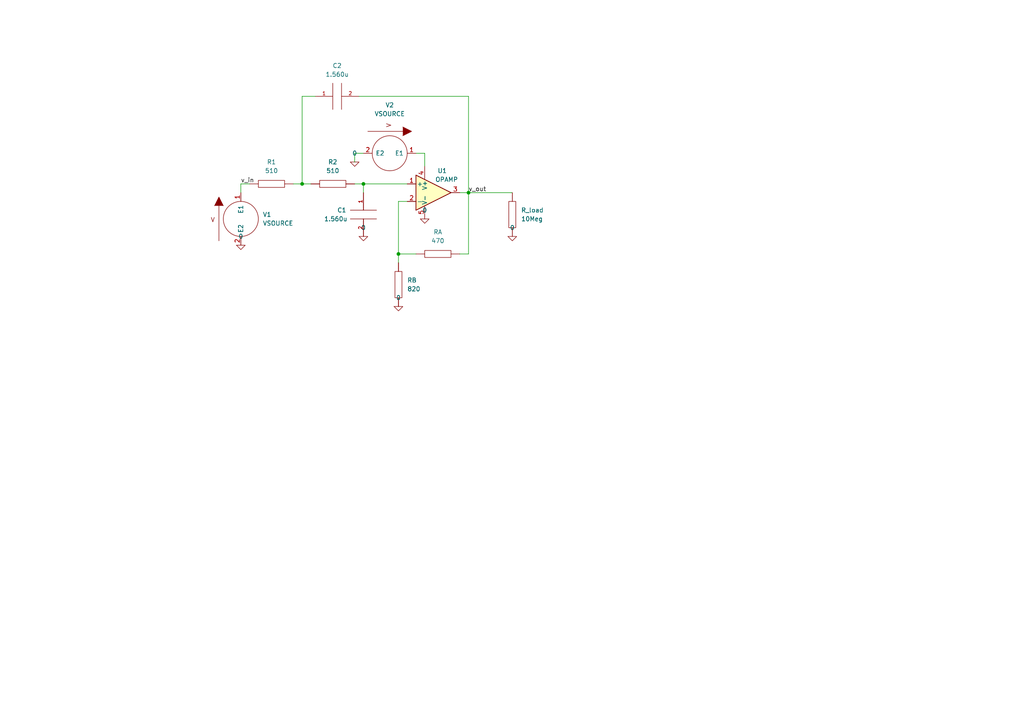
<source format=kicad_sch>
(kicad_sch (version 20211123) (generator eeschema)
  (paper "A4")
  (lib_symbols
    (symbol "pspice:0" (power) (pin_names (offset 0))
      (property "Value" "0" (at 0 -1.778 0))
      (symbol "0_0_1"
        (polyline (pts (xy -1.27 0) (xy 0 -1.27) (xy 1.27 0) (xy -1.27 0)))
      )
      (symbol "0_1_1"
        (pin power_in line (at 0 0 0) (length 0) hide (name "0") (number "1"))
      )
    )
    (symbol "pspice:C" (pin_names (offset 0.254))
      (property "Reference" "C" (at 2.54 3.81 90))
      (property "Value" "C" (at 2.54 -3.81 90))
      (symbol "C_0_1"
        (polyline (pts (xy -3.81 -1.27) (xy 3.81 -1.27)))
        (polyline (pts (xy -3.81 1.27) (xy 3.81 1.27)))
      )
      (symbol "C_1_1"
        (pin passive line (at 0 6.35 270) (length 5.08) (name "~") (number "1"))
        (pin passive line (at 0 -6.35 90) (length 5.08) (name "~") (number "2"))
      )
    )
    (symbol "pspice:OPAMP" (pin_names (offset 0.254))
      (property "Reference" "U" (at 3.81 3.175 0))
      (property "Value" "OPAMP" (at 3.81 -3.175 0))
      (symbol "OPAMP_0_1"
        (polyline (pts (xy 5.08 0) (xy -5.08 5.08) (xy -5.08 -5.08) (xy 5.08 0)) (stroke (width 0.254)) (fill (type background)))
      )
      (symbol "OPAMP_1_1"
        (pin input line (at -7.62 2.54 0) (length 2.54) (name "+") (number "1"))
        (pin input line (at -7.62 -2.54 0) (length 2.54) (name "-") (number "2"))
        (pin output line (at 7.62 0 180) (length 2.54) (name "~") (number "3"))
        (pin power_in line (at -2.54 7.62 270) (length 3.81) (name "V+") (number "4"))
        (pin power_in line (at -2.54 -7.62 90) (length 3.81) (name "V-") (number "5"))
      )
    )
    (symbol "pspice:R" (pin_numbers hide) (pin_names (offset 0))
      (property "Reference" "R" (at 2.032 0 90))
      (property "Value" "R" (at 0 0 90))
      (symbol "R_0_1"
        (rectangle (start -1.016 3.81) (end 1.016 -3.81))
      )
      (symbol "R_1_1"
        (pin passive line (at 0 6.35 270) (length 2.54) (name "~") (number "1"))
        (pin passive line (at 0 -6.35 90) (length 2.54) (name "~") (number "2"))
      )
    )
    (symbol "pspice:VSOURCE" (pin_names (offset 1.016))
      (property "Reference" "V" (at -6.35 7.62 0))
      (property "Value" "VSOURCE" (at 0 0 0))
      (symbol "VSOURCE_0_1"
        (polyline (pts (xy -6.35 -6.35) (xy -6.35 3.81)) (fill (type outline)))
        (polyline (pts (xy -7.62 3.81) (xy -6.35 6.35) (xy -5.08 3.81)) (fill (type outline)))
        (circle (center 0 0) (radius 5.08))
        (text "V" (at -8.128 -0.254 0) (effects (font (size 1.27 1.27))))
      )
      (symbol "VSOURCE_1_1"
        (pin input line (at 0 7.62 270) (length 2.54) (name "E1") (number "1"))
        (pin input line (at 0 -7.62 90) (length 2.54) (name "E2") (number "2"))
      )
    )
  )
  (junction (at 135.89 55.88))
  (junction (at 115.57 73.66))
  (junction (at 87.63 53.34))
  (junction (at 105.41 53.34))
  (wire (pts (xy 105.41 44.45) (xy 102.87 44.45)))
  (wire (pts (xy 133.35 73.66) (xy 135.89 73.66)))
  (wire (pts (xy 135.89 55.88) (xy 135.89 73.66)))
  (wire (pts (xy 105.41 53.34) (xy 118.11 53.34)))
  (wire (pts (xy 115.57 58.42) (xy 115.57 73.66)))
  (wire (pts (xy 69.85 53.34) (xy 72.39 53.34)))
  (wire (pts (xy 135.89 27.94) (xy 135.89 55.88)))
  (wire (pts (xy 69.85 55.88) (xy 69.85 53.34)))
  (wire (pts (xy 85.09 53.34) (xy 87.63 53.34)))
  (wire (pts (xy 120.65 44.45) (xy 123.19 44.45)))
  (wire (pts (xy 135.89 55.88) (xy 148.59 55.88)))
  (wire (pts (xy 91.44 27.94) (xy 87.63 27.94)))
  (wire (pts (xy 102.87 44.45) (xy 102.87 46.99)))
  (wire (pts (xy 87.63 53.34) (xy 90.17 53.34)))
  (wire (pts (xy 105.41 53.34) (xy 105.41 55.88)))
  (wire (pts (xy 133.35 55.88) (xy 135.89 55.88)))
  (wire (pts (xy 120.65 73.66) (xy 115.57 73.66)))
  (wire (pts (xy 115.57 73.66) (xy 115.57 76.2)))
  (wire (pts (xy 102.87 53.34) (xy 105.41 53.34)))
  (wire (pts (xy 115.57 58.42) (xy 118.11 58.42)))
  (wire (pts (xy 104.14 27.94) (xy 135.89 27.94)))
  (wire (pts (xy 87.63 27.94) (xy 87.63 53.34)))
  (wire (pts (xy 123.19 44.45) (xy 123.19 48.26)))
  (label "v_in" (at 69.85 53.34 0))
  (label "v_out" (at 135.89 55.88 0))
  (symbol (lib_id "pspice:0") (at 148.59 68.58 0) (unit 1)
    (property "Reference" "#GND?" (effects hide))
    (property "Value" "0" (at 148.59 66.04 0))
  )
  (symbol (lib_id "pspice:0") (at 115.57 88.9 0) (unit 1)
    (property "Reference" "#GND?" (effects hide))
    (property "Value" "0" (at 115.57 86.36 0))
  )
  (symbol (lib_id "pspice:R") (at 148.59 62.23 0) (unit 1)
    (property "Reference" "R_load" (at 151.13 60.9599 0) (effects (justify left)))
    (property "Value" "10Meg" (at 151.13 63.4999 0) (effects (justify left)))
  )
  (symbol (lib_id "pspice:VSOURCE") (at 113.03 44.45 270) (unit 1)
    (property "Reference" "V2" (at 113.03 30.48 90))
    (property "Value" "VSOURCE" (at 113.03 33.02 90))
    (property "Spice_Primitive" "V" (effects hide))
    (property "Spice_Model" "dc 1 ac 0 0" (effects hide))
    (property "Spice_Netlist_Enabled" "Y" (effects hide))
  )
  (symbol (lib_id "pspice:0") (at 105.41 68.58 0) (unit 1)
    (property "Reference" "#GND?" (effects hide))
    (property "Value" "0" (at 105.41 66.04 0))
  )
  (symbol (lib_id "pspice:0") (at 69.85 71.12 0) (unit 1)
    (property "Reference" "#GND?" (effects hide))
    (property "Value" "0" (at 69.85 68.58 0))
  )
  (symbol (lib_id "pspice:0") (at 123.19 63.5 0) (unit 1)
    (property "Reference" "#GND?" (effects hide))
    (property "Value" "0" (at 123.19 60.96 0))
  )
  (symbol (lib_id "pspice:C") (at 105.41 62.23 0) (unit 1)
    (property "Reference" "C1" (at 97.79 60.96 0) (effects (justify left)))
    (property "Value" "1.560u" (at 93.98 63.5 0) (effects (justify left)))
  )
  (symbol (lib_id "pspice:0") (at 102.87 46.99 0) (unit 1)
    (property "Reference" "#GND?" (effects hide))
    (property "Value" "0" (at 102.87 44.45 0))
  )
  (symbol (lib_id "pspice:OPAMP") (at 125.73 55.88 0) (unit 1)
    (property "Reference" "U1" (at 128.27 49.53 0))
    (property "Value" "OPAMP" (at 129.54 52.07 0))
  )
  (symbol (lib_id "pspice:C") (at 97.79 27.94 90) (unit 1)
    (property "Reference" "C2" (at 97.79 19.05 90))
    (property "Value" "1.560u" (at 97.79 21.59 90))
  )
  (symbol (lib_id "pspice:R") (at 115.57 82.55 0) (unit 1)
    (property "Reference" "RB" (at 118.11 81.2799 0) (effects (justify left)))
    (property "Value" "820" (at 118.11 83.8199 0) (effects (justify left)))
  )
  (symbol (lib_id "pspice:R") (at 78.74 53.34 90) (unit 1)
    (property "Reference" "R1" (at 78.74 46.99 90))
    (property "Value" "510" (at 78.74 49.53 90))
  )
  (symbol (lib_id "pspice:VSOURCE") (at 69.85 63.5 0) (unit 1)
    (property "Reference" "V1" (at 76.2 62.2299 0) (effects (justify left)))
    (property "Value" "VSOURCE" (at 76.2 64.7699 0) (effects (justify left)))
    (property "Spice_Primitive" "V" (effects hide))
    (property "Spice_Model" "dc 0 ac 1 0 pulse(0 1 0 0 0  0.0005 0.001)" (effects hide))
    (property "Spice_Netlist_Enabled" "Y" (effects hide))
  )
  (symbol (lib_id "pspice:R") (at 96.52 53.34 90) (unit 1)
    (property "Reference" "R2" (at 96.52 46.99 90))
    (property "Value" "510" (at 96.52 49.53 90))
  )
  (symbol (lib_id "pspice:R") (at 127 73.66 90) (unit 1)
    (property "Reference" "RA" (at 127 67.31 90))
    (property "Value" "470" (at 127 69.85 90))
  )
)
</source>
